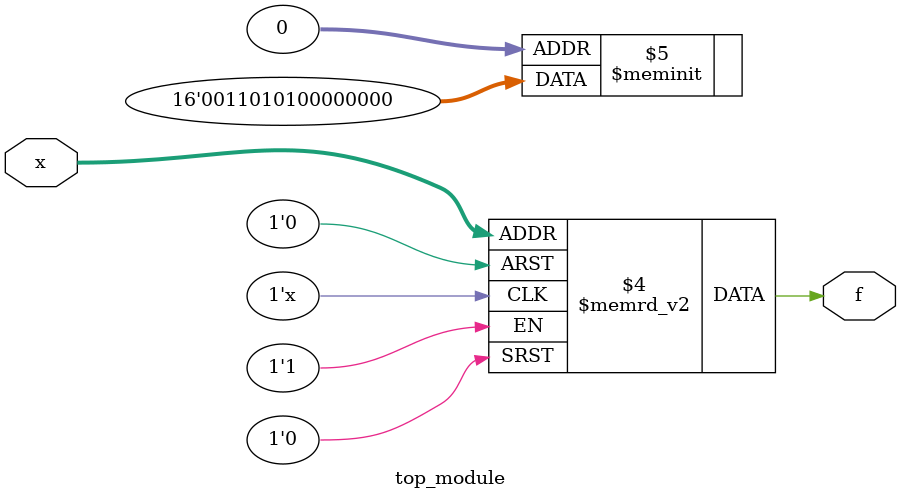
<source format=sv>
module top_module (
	input [4:1] x,
	output logic f
);
	always_comb begin
		case (x)
            4'b0000: f = 0;
            4'b0001: f = 0;
            4'b0010: f = 0;
            4'b0011: f = 0;
            4'b0100: f = 0;
            4'b0101: f = 0;
            4'b0110: f = 0;
            4'b0111: f = 0;
            4'b1000: f = 1;
            4'b1001: f = 0;
            4'b1010: f = 1;
            4'b1011: f = 0;
            4'b1100: f = 1;
            4'b1101: f = 1;
            4'b1110: f = 0;
            4'b1111: f = 0;
		endcase
	end
endmodule

</source>
